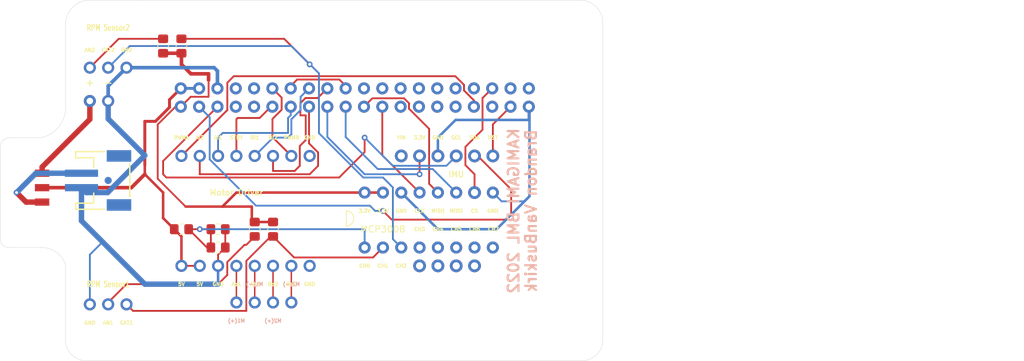
<source format=kicad_pcb>
(kicad_pcb (version 20211014) (generator pcbnew)
  (layers (0 "F.Cu" signal) (31 "B.Cu" signal) (34 "B.Paste" user) (35 "F.Paste" user) (36 "B.SilkS" user "B.Silkscreen") (37 "F.SilkS" user "F.Silkscreen") (38 "B.Mask" user) (39 "F.Mask" user) (44 "Edge.Cuts" user))
  (net 0 "")
  (net 1 "5.0V")
  (net 2 "SDA")
  (net 3 "SCL")
  (net 4 "GPIO4")
  (net 5 "GPIO17")
  (net 6 "GPIO27")
  (net 7 "GPIO22")
  (net 8 "SPI_MOSI")
  (net 9 "SPI_MISO")
  (net 10 "SPI_SCLK")
  (net 11 "GPIO5")
  (net 12 "GPIO6")
  (net 13 "GPIO13")
  (net 14 "GPIO19")
  (net 15 "GPIO26")
  (net 16 "3.3V")
  (net 17 "GND")
  (net 18 "TXD")
  (net 19 "RXD")
  (net 20 "GPIO18")
  (net 21 "GPIO24")
  (net 22 "GPIO25")
  (net 23 "SPI_CE0")
  (net 24 "SPI_CE1")
  (net 25 "EECLK")
  (net 26 "GPIO16")
  (net 27 "GPIO20")
  (net 28 "GPIO21")
  (net 29 "GPIO23")
  (net 30 "EEDATA")
  (net 31 "GPIO12")
  (net 32 "AN1")
  (net 33 "AN2")
  (net 34 "CH1")
  (net 35 "CH2")
  (net 36 "CH0")
  (net 37 "CHRGR")
  (net 38 "M1+")
  (net 39 "M1-")
  (net 40 "M2+")
  (net 41 "M2-")
  (net 42 "Batt+")
  (footprint "" (layer "F.Cu") (at 160.02 116.84)
    (fp_text reference "")
    (fp_text value "")
  )
  (footprint "" (layer "F.Cu") (at 165.1 116.84)
    (fp_text reference "")
    (fp_text value "")
  )
  (footprint "" (layer "F.Cu") (at 149.86 114.3)
    (fp_text reference "")
    (fp_text value "")
  )
  (footprint "" (layer "F.Cu") (at 137.16 101.6 180)
    (fp_text reference "")
    (fp_text value "")
  )
  (footprint "Resistor_SMD:R_0805_2012Metric_Pad1.20x1.40mm_HandSolder" (layer "F.Cu") (at 124.46 111.76)
    (fp_text reference "")
    (fp_text value "180k")
  )
  (footprint "" (layer "F.Cu") (at 124.46 83.82)
    (fp_text reference "")
    (fp_text value "")
  )
  (footprint "" (layer "F.Cu") (at 132.08 101.6 180)
    (fp_text reference "")
    (fp_text value "")
  )
  (footprint "Resistor_SMD:R_0805_2012Metric_Pad1.20x1.40mm_HandSolder" (layer "F.Cu") (at 124.46 86.36 -90)
    (fp_text reference "")
    (fp_text value "10k")
  )
  (footprint "" (layer "F.Cu") (at 152.4 114.3)
    (fp_text reference "")
    (fp_text value "")
  )
  (footprint "" (layer "F.Cu") (at 149.86 106.68)
    (fp_text reference "")
    (fp_text value "")
  )
  (footprint "" (layer "F.Cu") (at 165.1 106.68)
    (fp_text reference "")
    (fp_text value "")
  )
  (footprint "" (layer "F.Cu") (at 119.38 83.82)
    (fp_text reference "")
    (fp_text value "")
  )
  (footprint "" (layer "F.Cu") (at 114.3 86.36)
    (fp_text reference "")
    (fp_text value "")
  )
  (footprint "" (layer "F.Cu") (at 154.94 114.3)
    (fp_text reference "")
    (fp_text value "")
  )
  (footprint "" (layer "F.Cu") (at 175.26 127)
    (fp_text reference "")
    (fp_text value "")
  )
  (footprint "" (layer "F.Cu") (at 137.16 116.84 180)
    (fp_text reference "")
    (fp_text value "")
  )
  (footprint "" (layer "F.Cu") (at 157.48 114.3)
    (fp_text reference "")
    (fp_text value "")
  )
  (footprint "" (layer "F.Cu") (at 129.54 116.84 180)
    (fp_text reference "")
    (fp_text value "")
  )
  (footprint "PI_BONNET_NODIM" (layer "F.Cu") (at 116.000757 120.003271)
    (fp_text reference "RPI1" hide)
    (fp_text value "KamiPCB" hide)
  )
  (footprint "" (layer "F.Cu") (at 137.16 121.92)
    (fp_text reference "")
    (fp_text value "")
  )
  (footprint "" (layer "F.Cu") (at 134.62 122.180029)
    (fp_text reference "")
    (fp_text value "")
  )
  (footprint "" (layer "F.Cu") (at 127 101.6 180)
    (fp_text reference "")
    (fp_text value "")
  )
  (footprint "" (layer "F.Cu") (at 124.46 116.84 180)
    (fp_text reference "")
    (fp_text value "")
  )
  (footprint "" (layer "F.Cu") (at 129.54 101.6 180)
    (fp_text reference "")
    (fp_text value "")
  )
  (footprint "" (layer "F.Cu") (at 167.64 106.68)
    (fp_text reference "")
    (fp_text value "")
  )
  (footprint "" (layer "F.Cu") (at 111.76 86.36)
    (fp_text reference "")
    (fp_text value "")
  )
  (footprint "" (layer "F.Cu") (at 154.94 106.68)
    (fp_text reference "")
    (fp_text value "")
  )
  (footprint "Resistor_SMD:R_0805_2012Metric_Pad1.20x1.40mm_HandSolder" (layer "F.Cu") (at 129.54 111.76)
    (fp_text reference "")
    (fp_text value "0.1uF")
  )
  (footprint "Resistor_SMD:R_0805_2012Metric_Pad1.20x1.40mm_HandSolder" (layer "F.Cu") (at 134.62 111.76 90)
    (fp_text reference "")
    (fp_text value "100")
  )
  (footprint "" (layer "F.Cu") (at 139.7 121.92)
    (fp_text reference "")
    (fp_text value "")
  )
  (footprint "" (layer "F.Cu") (at 111.76 93.98)
    (fp_text reference "")
    (fp_text value "")
  )
  (footprint "" (layer "F.Cu") (at 139.7 101.6 180)
    (fp_text reference "")
    (fp_text value "")
  )
  (footprint "" (layer "F.Cu") (at 124.46 101.6 180)
    (fp_text reference "")
    (fp_text value "")
  )
  (footprint "" (layer "F.Cu") (at 165.1 114.3)
    (fp_text reference "")
    (fp_text value "")
  )
  (footprint "FIDUCIAL_1MM" (layer "F.Cu") (at 114.3 105 90)
    (fp_text reference "FID1" hide)
    (fp_text value "FIDUCIAL\"\"" hide)
  )
  (footprint "" (layer "F.Cu") (at 160.02 106.68)
    (fp_text reference "")
    (fp_text value "")
  )
  (footprint "" (layer "F.Cu") (at 114.3 122.180029)
    (fp_text reference "")
    (fp_text value "")
  )
  (footprint "" (layer "F.Cu") (at 111.76 122.180029)
    (fp_text reference "")
    (fp_text value "")
  )
  (footprint "" (layer "F.Cu") (at 152.4 106.68)
    (fp_text reference "")
    (fp_text value "")
  )
  (footprint "" (layer "F.Cu") (at 160.02 114.3)
    (fp_text reference "")
    (fp_text value "")
  )
  (footprint "" (layer "F.Cu") (at 139.7 116.84 180)
    (fp_text reference "")
    (fp_text value "")
  )
  (footprint "" (layer "F.Cu") (at 167.64 114.3)
    (fp_text reference "")
    (fp_text value "")
  )
  (footprint "" (layer "F.Cu") (at 119.38 127)
    (fp_text reference "")
    (fp_text value "")
  )
  (footprint "" (layer "F.Cu") (at 127 127)
    (fp_text reference "")
    (fp_text value "")
  )
  (footprint "" (layer "F.Cu") (at 134.62 116.84 180)
    (fp_text reference "")
    (fp_text value "")
  )
  (footprint "clipboard:92cc7493-65be-4ec2-8642-ce3194bf1ce3" (layer "F.Cu") (at 101.14 110.125 -90)
    (fp_text reference "")
    (fp_text value "")
  )
  (footprint "" (layer "F.Cu") (at 162.56 106.68)
    (fp_text reference "")
    (fp_text value "")
  )
  (footprint "" (layer "F.Cu") (at 142.24 101.6 180)
    (fp_text reference "")
    (fp_text value "")
  )
  (footprint "Resistor_SMD:R_0805_2012Metric_Pad1.20x1.40mm_HandSolder" (layer "F.Cu") (at 137.16 111.76 90)
    (fp_text reference "")
    (fp_text value "10k")
  )
  (footprint "1X06_ROUND_70" (layer "F.Cu") (at 161.29 101.6 180)
    (fp_text reference "JP1" hide)
    (fp_text value "")
  )
  (footprint "" (layer "F.Cu") (at 142.24 116.84 180)
    (fp_text reference "")
    (fp_text value "")
  )
  (footprint "" (layer "F.Cu") (at 162.56 114.3)
    (fp_text reference "")
    (fp_text value "")
  )
  (footprint "" (layer "F.Cu") (at 157.48 116.84)
    (fp_text reference "")
    (fp_text value "")
  )
  (footprint "" (layer "F.Cu") (at 134.62 101.6 180)
    (fp_text reference "")
    (fp_text value "")
  )
  (footprint "Resistor_SMD:R_0805_2012Metric_Pad1.20x1.40mm_HandSolder" (layer "F.Cu") (at 129.54 114.3)
    (fp_text reference "")
    (fp_text value "100k")
  )
  (footprint "" (layer "F.Cu") (at 127 116.84 180)
    (fp_text reference "")
    (fp_text value "")
  )
  (footprint "" (layer "F.Cu") (at 162.56 116.84)
    (fp_text reference "")
    (fp_text value "")
  )
  (footprint "" (layer "F.Cu") (at 132.08 124.723329)
    (fp_text reference "")
    (fp_text value "")
  )
  (footprint "" (layer "F.Cu") (at 132.08 116.84 180)
    (fp_text reference "")
    (fp_text value "")
  )
  (footprint "" (layer "F.Cu") (at 116.84 86.36)
    (fp_text reference "")
    (fp_text value "")
  )
  (footprint "" (layer "F.Cu") (at 157.48 106.68)
    (fp_text reference "")
    (fp_text value "")
  )
  (footprint "" (layer "F.Cu") (at 165.1 83.82)
    (fp_text reference "")
    (fp_text value "")
  )
  (footprint "JSTPH2" (layer "F.Cu") (at 114.3 105 -90)
    (fp_text reference "X1" hide)
    (fp_text value "")
  )
  (footprint "" (layer "F.Cu") (at 116.84 122.180029)
    (fp_text reference "")
    (fp_text value "")
  )
  (footprint "" (layer "F.Cu") (at 114.3 93.98 180)
    (fp_text reference "")
    (fp_text value "")
  )
  (footprint "Resistor_SMD:R_0805_2012Metric_Pad1.20x1.40mm_HandSolder" (layer "F.Cu") (at 121.92 86.36 -90)
    (fp_text reference "")
    (fp_text value "100")
  )
  (gr_line (start 147.32 109.22) (end 147.32 111.3) (layer "F.SilkS") (width 0.12))
  (gr_arc (start 147.32 109.22) (mid 148.36 110.26) (end 147.32 111.3) (layer "F.SilkS") (width 0.12))
  (gr_arc (start 179.88 80.003271) (mid 181.954027 80.929282) (end 182.88 83.0033) (layer "Edge.Cuts") (width 0.05))
  (gr_line (start 182.88 127.0033) (end 182.88 83.0033) (layer "Edge.Cuts") (width 0.05))
  (gr_line (start 104.990378 114.3) (end 100.6 114.3) (layer "Edge.Cuts") (width 0.05))
  (gr_line (start 119.127757 130.003271) (end 180.007 130.003271) (layer "Edge.Cuts") (width 0.05))
  (gr_arc (start 99.33 100.524833) (mid 99.661687 99.529453) (end 100.6 99.06) (layer "Edge.Cuts") (width 0.05))
  (gr_arc (start 104.990378 114.3) (mid 107.059333 114.916852) (end 108.380778 116.62415) (layer "Edge.Cuts") (width 0.05))
  (gr_arc (start 108.380757 94.5433) (mid 107.545516 97.447149) (end 104.990378 99.06) (layer "Edge.Cuts") (width 0.05))
  (gr_line (start 111.3808 130.0033) (end 119.127757 130.0033) (layer "Edge.Cuts") (width 0.05))
  (gr_line (start 99.33 113.3) (end 99.33 100.524833) (layer "Edge.Cuts") (width 0.05))
  (gr_line (start 108.380757 94.5433) (end 108.380757 83.401315) (layer "Edge.Cuts") (width 0.05))
  (gr_arc (start 182.88 127.0033) (mid 182.074961 129.108029) (end 180.007 130.003271) (layer "Edge.Cuts") (width 0.05))
  (gr_arc (start 100.6 114.3) (mid 99.782504 114.03177) (end 99.33 113.3) (layer "Edge.Cuts") (width 0.05))
  (gr_line (start 116.000757 117.003271) (end 116.000757 117.003271) (layer "Edge.Cuts") (width 0.05))
  (gr_arc (start 111.3808 130.0033) (mid 109.436474 129.340643) (end 108.380757 127.578548) (layer "Edge.Cuts") (width 0.05))
  (gr_line (start 179.88 80.003271) (end 119.035189 80.0033) (layer "Edge.Cuts") (width 0.05))
  (gr_line (start 111.380757 80.0033) (end 119.035189 80.0033) (layer "Edge.Cuts") (width 0.05))
  (gr_line (start 100.6 99.06) (end 104.990378 99.06) (layer "Edge.Cuts") (width 0.05))
  (gr_arc (start 108.380757 83.401315) (mid 109.238073 81.134902) (end 111.380757 80.0033) (layer "Edge.Cuts") (width 0.05))
  (gr_line (start 108.380757 127.578548) (end 108.380778 116.62415) (layer "Edge.Cuts") (width 0.05))
  (gr_text "KAMIGAMI BML 2022\nBrandon VanBuskirk" (at 171.72 109.22 90) (layer "B.SilkS") (effects (font (size 1.5 1.5) (thickness 0.3)) (justify mirror)))
  (gr_text "M1(+)" (at 132.08 124.46) (layer "B.SilkS") (effects (font (size 0.5 0.5) (thickness 0.125)) (justify mirror)))
  (gr_text "M1(-)" (at 134.62 119.38) (layer "B.SilkS") (effects (font (size 0.5 0.5) (thickness 0.125)) (justify mirror)))
  (gr_text "M2(-)" (at 139.7 119.38) (layer "B.SilkS") (effects (font (size 0.5 0.5) (thickness 0.125)) (justify mirror)))
  (gr_text "M2(+)" (at 137.16 124.46) (layer "B.SilkS") (effects (font (size 0.5 0.5) (thickness 0.125)) (justify mirror)))
  (gr_text "SDA" (at 165.1 99.06) (layer "F.SilkS") (effects (font (size 0.5 0.5) (thickness 0.125))))
  (gr_text "GND" (at 160.02 99.06) (layer "F.SilkS") (effects (font (size 0.5 0.5) (thickness 0.125))))
  (gr_text "CAT1" (at 116.84 124.720029) (layer "F.SilkS") (effects (font (size 0.5 0.5) (thickness 0.125))))
  (gr_text "-" (at 114.3 91.44) (layer "F.SilkS") (effects (font (size 1 1))))
  (gr_text "RPM Sensor2\n" (at 114.3 83.82) (layer "F.SilkS") (effects (font (size 0.8 0.6))))
  (gr_text "GND" (at 142.24 99.06) (layer "F.SilkS") (effects (font (size 0.5 0.5) (thickness 0.125))))
  (gr_text "CH4" (at 160.02 111.76) (layer "F.SilkS") (effects (font (size 0.5 0.5) (thickness 0.125))))
  (gr_text "GND" (at 129.54 119.38) (layer "F.SilkS") (effects (font (size 0.5 0.5) (thickness 0.125))))
  (gr_text "GND" (at 111.76 124.741416) (layer "F.SilkS") (effects (font (size 0.5 0.5) (thickness 0.125))))
  (gr_text "CH7" (at 167.721799 111.76) (layer "F.SilkS") (effects (font (size 0.5 0.5) (thickness 0.125))))
  (gr_text "GND" (at 167.64 109.22) (layer "F.SilkS") (effects (font (size 0.5 0.5) (thickness 0.125))))
  (gr_text "5V" (at 127 119.38) (layer "F.SilkS") (effects (font (size 0.5 0.5) (thickness 0.125))))
  (gr_text "PWMA" (at 124.46 99.06) (layer "F.SilkS") (effects (font (size 0.5 0.5) (thickness 0.125))))
  (gr_text "CAT2" (at 114.3 86.9) (layer "F.SilkS") (effects (font (size 0.5 0.5) (thickness 0.125))))
  (gr_text "PWMB" (at 139.7 99.06) (layer "F.SilkS") (effects (font (size 0.5 0.5) (thickness 0.125))))
  (gr_text "GND" (at 142.24 119.38) (layer "F.SilkS") (effects (font (size 0.5 0.5) (thickness 0.125))))
  (gr_text "CS" (at 165.1 109.22) (layer "F.SilkS") (effects (font (size 0.5 0.5) (thickness 0.125))))
  (gr_text "Bo1" (at 139.7 119.38) (layer "F.SilkS") (effects (font (size 0.5 0.5) (thickness 0.125))))
  (gr_text "Ai1" (at 129.54 99.06) (layer "F.SilkS") (effects (font (size 0.5 0.5) (thickness 0.125))))
  (gr_text "Ao1" (at 132.08 119.38) (layer "F.SilkS") (effects (font (size 0.5 0.5) (thickness 0.125))))
  (gr_text "CH0" (at 149.86 116.84) (layer "F.SilkS") (effects (font (size 0.5 0.5) (thickness 0.125))))
  (gr_text "CH5" (at 162.56 111.76) (layer "F.SilkS") (effects (font (size 0.5 0.5) (thickness 0.125))))
  (gr_text "Bi2" (at 137.16 99.06) (layer "F.SilkS") (effects (font (size 0.5 0.5) (thickness 0.125))))
  (gr_text "CH3" (at 157.48 111.76) (layer "F.SilkS") (effects (font (size 0.5 0.5) (thickness 0.125))))
  (gr_text "3.3V" (at 149.86 109.22) (layer "F.SilkS") (effects (font (size 0.5 0.5) (thickness 0.125))))
  (gr_text "RPM Sensor1" (at 114.3 119.38) (layer "F.SilkS") (effects (font (size 0.8 0.6))))
  (gr_text "AN1" (at 114.3 124.720029) (layer "F.SilkS") (effects (font (size 0.5 0.5) (thickness 0.125))))
  (gr_text "MOSI" (at 162.56 109.22) (layer "F.SilkS") (effects (font (size 0.5 0.5) (thickness 0.125))))
  (gr_text "RST" (at 167.64 99.06) (layer "F.SilkS") (effects (font (size 0.5 0.5) (thickness 0.125))))
  (gr_text "SCL" (at 162.56 99.06) (layer "F.SilkS") (effects (font (size 0.5 0.5) (thickness 0.125))))
  (gr_text "+" (at 111.76 91.44) (layer "F.SilkS") (effects (font (size 1 1))))
  (gr_text "CH6" (at 165.1 111.76) (layer "F.SilkS") (effects (font (size 0.5 0.5) (thickness 0.125))))
  (gr_text "AN2" (at 111.76 86.921387) (layer "F.SilkS") (effects (font (size 0.5 0.5) (thickness 0.125))))
  (gr_text "CH1" (at 152.4 116.84) (layer "F.SilkS") (effects (font (size 0.5 0.5) (thickness 0.125))))
  (gr_text "MISO" (at 160.02 109.22) (layer "F.SilkS") (effects (font (size 0.5 0.5) (thickness 0.125))))
  (gr_text "MCP3008" (at 152.4 111.76) (layer "F.SilkS") (effects (font (size 0.89408 0.89408) (thickness 0.12192))))
  (gr_text "5V" (at 124.46 119.38) (layer "F.SilkS") (effects (font (size 0.5 0.5) (thickness 0.125))))
  (gr_text "Motor Driver" (at 132.08 106.68) (layer "F.SilkS") (effects (font (size 0.8 0.8))))
  (gr_text "VIN" (at 154.94 99.06) (layer "F.SilkS") (effects (font (size 0.5 0.5) (thickness 0.125))))
  (gr_text "CH2" (at 154.94 116.84) (layer "F.SilkS") (effects (font (size 0.5 0.5) (thickness 0.125))))
  (gr_text "GND" (at 116.84 86.9) (layer "F.SilkS") (effects (font (size 0.5 0.5) (thickness 0.125))))
  (gr_text "STBY" (at 132.08 99.06) (layer "F.SilkS") (effects (font (size 0.5 0.5) (thickness 0.125))))
  (gr_text "3.3V" (at 157.48 99.06) (layer "F.SilkS") (effects (font (size 0.5 0.5) (thickness 0.125))))
  (gr_text "Bo2" (at 137.16 119.38) (layer "F.SilkS") (effects (font (size 0.5 0.5) (thickness 0.125))))
  (gr_text "Ai2" (at 127 99.06) (layer "F.SilkS") (effects (font (size 0.5 0.5) (thickness 0.125))))
  (gr_text "3.3V" (at 152.4 109.22) (layer "F.SilkS") (effects (font (size 0.5 0.5) (thickness 0.125))))
  (gr_text "IMU" (at 162.56 104.14) (layer "F.SilkS") (effects (font (size 0.8 0.8))))
  (gr_text "GND" (at 154.94 109.22) (layer "F.SilkS") (effects (font (size 0.5 0.5) (thickness 0.125))))
  (gr_text "Bi1" (at 134.62 99.06) (layer "F.SilkS") (effects (font (size 0.5 0.5) (thickness 0.125))))
  (gr_text "CLK" (at 157.48 109.22) (layer "F.SilkS") (effects (font (size 0.5 0.5) (thickness 0.125))))
  (gr_text "Ao2" (at 134.62 119.38) (layer "F.SilkS") (effects (font (size 0.5 0.5) (thickness 0.125))))
  (segment (start 121.92 106.68) (end 121.92 110.22) (width 0.35) (layer "F.Cu") (net 1))
  (segment (start 117.52 106) (end 105.14 106) (width 0.5) (layer "F.Cu") (net 1))
  (segment (start 119.38 104.14) (end 121.92 106.68) (width 0.35) (layer "F.Cu") (net 1))
  (segment (start 117.52 106) (end 119.38 104.14) (width 0.5) (layer "F.Cu") (net 1))
  (segment (start 122.803957 94.85482) (end 120.852306 96.806471) (width 0.4064) (layer "F.Cu") (net 1))
  (segment (start 124.46 112.76) (end 124.46 116.84) (width 0.35) (layer "F.Cu") (net 1))
  (segment (start 119.38 96.806471) (end 119.38 102.87) (width 0.4064) (layer "F.Cu") (net 1))
  (segment (start 123.46 111.76) (end 124.46 112.76) (width 0.35) (layer "F.Cu") (net 1))
  (segment (start 122.803957 93.800071) (end 122.803957 94.85482) (width 0.4064) (layer "F.Cu") (net 1))
  (segment (start 127 116.84) (end 124.46 116.84) (width 0.25) (layer "F.Cu") (net 1))
  (segment (start 124.370757 92.233271) (end 122.803957 93.800071) (width 0.4064) (layer "F.Cu") (net 1))
  (segment (start 120.852306 96.806471) (end 119.38 96.806471) (width 0.4064) (layer "F.Cu") (net 1))
  (segment (start 119.38 104.14) (end 119.38 102.87) (width 0.35) (layer "F.Cu") (net 1))
  (segment (start 121.92 110.22) (end 123.46 111.76) (width 0.35) (layer "F.Cu") (net 1))
  (segment (start 124.370757 92.233271) (end 126.910757 92.233271) (width 0.4064) (layer "B.Cu") (net 1))
  (segment (start 170.18 109.666856) (end 170.18 106.233144) (width 0.25) (layer "F.Cu") (net 2))
  (segment (start 153.614 110.434) (end 169.412856 110.434) (width 0.25) (layer "F.Cu") (net 2))
  (segment (start 170.18 106.233144) (end 165.546856 101.6) (width 0.25) (layer "F.Cu") (net 2))
  (segment (start 165.546856 101.6) (end 165.1 101.6) (width 0.25) (layer "F.Cu") (net 2))
  (segment (start 169.412856 110.434) (end 170.18 109.666856) (width 0.25) (layer "F.Cu") (net 2))
  (segment (start 152.4 109.22) (end 153.614 110.434) (width 0.25) (layer "F.Cu") (net 2))
  (via (at 152.4 109.22) (size 0.8) (drill 0.4) (layers "F.Cu" "B.Cu") (net 2))
  (segment (start 126.910757 94.773271) (end 128.3768 96.239314) (width 0.25) (layer "B.Cu") (net 2))
  (segment (start 152.4 109.22) (end 151.31 109.22) (width 0.25) (layer "B.Cu") (net 2))
  (segment (start 134.789986 108.495) (end 150.585 108.495) (width 0.25) (layer "B.Cu") (net 2))
  (segment (start 128.3768 96.239314) (end 128.3768 102.081814) (width 0.25) (layer "B.Cu") (net 2))
  (segment (start 151.31 109.22) (end 150.585 108.495) (width 0.25) (layer "B.Cu") (net 2))
  (segment (start 128.3768 102.081814) (end 134.789986 108.495) (width 0.25) (layer "B.Cu") (net 2))
  (segment (start 121.92 104.14) (end 122.372 104.592) (width 0.25) (layer "F.Cu") (net 3))
  (segment (start 129.450757 94.773271) (end 121.92 102.304028) (width 0.25) (layer "F.Cu") (net 3))
  (segment (start 122.372 104.592) (end 146.328757 104.592) (width 0.25) (layer "F.Cu") (net 3))
  (segment (start 149.86 101.060757) (end 149.86 99.06) (width 0.25) (layer "F.Cu") (net 3))
  (segment (start 121.92 102.304028) (end 121.92 104.14) (width 0.25) (layer "F.Cu") (net 3))
  (segment (start 146.328757 104.592) (end 149.86 101.060757) (width 0.25) (layer "F.Cu") (net 3))
  (via (at 149.86 99.06) (size 0.8) (drill 0.4) (layers "F.Cu" "B.Cu") (net 3))
  (segment (start 153.765 102.965) (end 161.195 102.965) (width 0.25) (layer "B.Cu") (net 3))
  (segment (start 149.86 99.06) (end 153.765 102.965) (width 0.25) (layer "B.Cu") (net 3))
  (segment (start 161.195 102.965) (end 162.56 101.6) (width 0.25) (layer "B.Cu") (net 3))
  (segment (start 135.304757 96.338271) (end 136.869757 94.773271) (width 0.254) (layer "F.Cu") (net 5))
  (segment (start 132.077514 96.517514) (end 132.08 96.52) (width 0.254) (layer "F.Cu") (net 5))
  (segment (start 132.08 96.52) (end 132.08 101.6) (width 0.254) (layer "F.Cu") (net 5))
  (segment (start 132.077514 96.517514) (end 132.256757 96.338271) (width 0.254) (layer "F.Cu") (net 5))
  (segment (start 136.869757 94.773271) (end 137.070757 94.773271) (width 0.254) (layer "F.Cu") (net 5))
  (segment (start 132.256757 96.338271) (end 135.304757 96.338271) (width 0.254) (layer "F.Cu") (net 5))
  (segment (start 139.2428 96.330622) (end 139.2428 98.413422) (width 0.254) (layer "B.Cu") (net 6))
  (segment (start 130.186578 98.413422) (end 129.54 99.06) (width 0.254) (layer "B.Cu") (net 6))
  (segment (start 139.2428 98.413422) (end 130.186578 98.413422) (width 0.254) (layer "B.Cu") (net 6))
  (segment (start 139.610757 95.962665) (end 139.2428 96.330622) (width 0.254) (layer "B.Cu") (net 6))
  (segment (start 129.54 99.06) (end 129.54 101.6) (width 0.254) (layer "B.Cu") (net 6))
  (segment (start 139.610757 94.773271) (end 139.610757 95.962665) (width 0.254) (layer "B.Cu") (net 6))
  (segment (start 127 104.14) (end 142.24 104.14) (width 0.254) (layer "F.Cu") (net 7))
  (segment (start 142.150757 99.858389) (end 142.150757 94.773271) (width 0.254) (layer "F.Cu") (net 7))
  (segment (start 127 101.6) (end 127 104.14) (width 0.254) (layer "F.Cu") (net 7))
  (segment (start 142.24 104.14) (end 143.4084 102.9716) (width 0.254) (layer "F.Cu") (net 7))
  (segment (start 143.4084 101.116032) (end 142.150757 99.858389) (width 0.254) (layer "F.Cu") (net 7))
  (segment (start 143.4084 102.9716) (end 143.4084 101.116032) (width 0.254) (layer "F.Cu") (net 7))
  (segment (start 162.56 106.68) (end 159.295 103.415) (width 0.25) (layer "B.Cu") (net 8))
  (segment (start 159.295 103.415) (end 151.675 103.415) (width 0.25) (layer "B.Cu") (net 8))
  (segment (start 147.230757 98.970757) (end 147.230757 94.773271) (width 0.25) (layer "B.Cu") (net 8))
  (segment (start 151.675 103.415) (end 147.230757 98.970757) (width 0.25) (layer "B.Cu") (net 8))
  (segment (start 158.806 97.846) (end 156.013957 95.053957) (width 0.25) (layer "F.Cu") (net 9))
  (segment (start 155.332571 93.610071) (end 150.933957 93.610071) (width 0.25) (layer "F.Cu") (net 9))
  (segment (start 158.806 105.466) (end 158.806 97.846) (width 0.25) (layer "F.Cu") (net 9))
  (segment (start 156.013957 94.291457) (end 155.332571 93.610071) (width 0.25) (layer "F.Cu") (net 9))
  (segment (start 150.933957 93.610071) (end 149.770757 94.773271) (width 0.25) (layer "F.Cu") (net 9))
  (segment (start 160.02 106.68) (end 158.806 105.466) (width 0.25) (layer "F.Cu") (net 9))
  (segment (start 156.013957 95.053957) (end 156.013957 94.291457) (width 0.25) (layer "F.Cu") (net 9))
  (segment (start 152.310757 101.510757) (end 157.48 106.68) (width 0.25) (layer "F.Cu") (net 10))
  (segment (start 152.310757 94.773271) (end 152.310757 101.510757) (width 0.25) (layer "F.Cu") (net 10))
  (segment (start 162.436925 90.547071) (end 131.715286 90.547071) (width 0.254) (layer "F.Cu") (net 13))
  (segment (start 130.822357 91.44) (end 130.822357 95.237643) (width 0.254) (layer "F.Cu") (net 13))
  (segment (start 165.010757 94.773271) (end 165.010757 93.890757) (width 0.254) (layer "F.Cu") (net 13))
  (segment (start 163.639157 91.749303) (end 162.436925 90.547071) (width 0.254) (layer "F.Cu") (net 13))
  (segment (start 130.822357 95.237643) (end 124.46 101.6) (width 0.254) (layer "F.Cu") (net 13))
  (segment (start 163.639157 92.519157) (end 163.639157 91.749303) (width 0.254) (layer "F.Cu") (net 13))
  (segment (start 165.010757 93.890757) (end 163.639157 92.519157) (width 0.254) (layer "F.Cu") (net 13))
  (segment (start 131.715286 90.547071) (end 130.822357 91.44) (width 0.254) (layer "F.Cu") (net 13))
  (segment (start 167.64 97.224028) (end 167.64 101.6) (width 0.25) (layer "F.Cu") (net 15))
  (segment (start 170.090757 94.773271) (end 167.64 97.224028) (width 0.25) (layer "F.Cu") (net 15))
  (segment (start 134.2175 110.3575) (end 134.62 110.76) (width 0.35) (layer "F.Cu") (net 16))
  (segment (start 125.747557 93.396471) (end 128.223934 93.396471) (width 0.25) (layer "F.Cu") (net 16))
  (segment (start 124.370757 94.773271) (end 123.632494 94.773271) (width 0.25) (layer "F.Cu") (net 16))
  (segment (start 134.62 110.76) (end 137.16 110.76) (width 0.35) (layer "F.Cu") (net 16))
  (segment (start 123.632494 94.773271) (end 121.169441 97.236324) (width 0.25) (layer "F.Cu") (net 16))
  (segment (start 124.370757 94.773271) (end 125.747557 93.396471) (width 0.25) (layer "F.Cu") (net 16))
  (segment (start 125.776066 90.216066) (end 128.223934 90.216066) (width 0.5) (layer "F.Cu") (net 16))
  (segment (start 134.2175 108.6225) (end 134.2175 110.3575) (width 0.35) (layer "F.Cu") (net 16))
  (segment (start 125.033752 108.6225) (end 130.1375 108.6225) (width 0.35) (layer "F.Cu") (net 16))
  (segment (start 125.776066 90.216066) (end 124.46 88.9) (width 0.5) (layer "F.Cu") (net 16))
  (segment (start 149.86 106.68) (end 152.4 106.68) (width 0.35) (layer "F.Cu") (net 16))
  (segment (start 128.223934 93.396471) (end 128.223934 91.070071) (width 0.25) (layer "F.Cu") (net 16))
  (segment (start 124.46 88.9) (end 124.46 87.36) (width 0.5) (layer "F.Cu") (net 16))
  (segment (start 157.48 104.14) (end 157.48 101.6) (width 0.254) (layer "F.Cu") (net 16))
  (segment (start 130.1375 108.6225) (end 134.2175 108.6225) (width 0.35) (layer "F.Cu") (net 16))
  (segment (start 121.169441 97.236324) (end 121.169441 104.758189) (width 0.25) (layer "F.Cu") (net 16))
  (segment (start 130.1375 108.6225) (end 132.08 106.68) (width 0.35) (layer "F.Cu") (net 16))
  (segment (start 128.223934 90.216066) (end 128.223934 91.070071) (width 0.5) (layer "F.Cu") (net 16))
  (segment (start 121.169441 104.758189) (end 125.033752 108.6225) (width 0.25) (layer "F.Cu") (net 16))
  (segment (start 132.08 106.68) (end 149.86 106.68) (width 0.35) (layer "F.Cu") (net 16))
  (segment (start 124.46 87.36) (end 121.92 87.36) (width 0.5) (layer "F.Cu") (net 16))
  (via (at 157.48 104.14) (size 0.8) (drill 0.4) (layers "F.Cu" "B.Cu") (net 16))
  (segment (start 149.86 104.14) (end 154.94 104.14) (width 0.25) (layer "B.Cu") (net 16))
  (segment (start 144.690757 94.773271) (end 144.690757 98.970757) (width 0.25) (layer "B.Cu") (net 16))
  (segment (start 144.690757 98.970757) (end 149.86 104.14) (width 0.25) (layer "B.Cu") (net 16))
  (segment (start 154.94 104.14) (end 157.48 104.14) (width 0.254) (layer "B.Cu") (net 16))
  (segment (start 129.54 115.3) (end 129.54 116.84) (width 0.25) (layer "F.Cu") (net 17))
  (segment (start 146.353757 91.004271) (end 147.230757 91.881271) (width 0.254) (layer "F.Cu") (net 17))
  (segment (start 147.230757 91.881271) (end 147.230757 92.233271) (width 0.254) (layer "F.Cu") (net 17))
  (segment (start 130.54 114.3) (end 129.54 115.3) (width 0.25) (layer "F.Cu") (net 17))
  (segment (start 139.610757 91.905271) (end 140.511757 91.004271) (width 0.254) (layer "F.Cu") (net 17))
  (segment (start 140.511757 91.004271) (end 146.353757 91.004271) (width 0.254) (layer "F.Cu") (net 17))
  (segment (start 139.610757 92.233271) (end 139.610757 91.905271) (width 0.254) (layer "F.Cu") (net 17))
  (segment (start 130.54 111.76) (end 130.54 114.3) (width 0.25) (layer "F.Cu") (net 17))
  (segment (start 129.54 119.38) (end 129.54 116.84) (width 0.35) (layer "B.Cu") (net 17))
  (segment (start 171.952856 107.894) (end 172.72 107.126856) (width 0.25) (layer "B.Cu") (net 17))
  (segment (start 110.6 106) (end 110.6 110.6) (width 0.75) (layer "B.Cu") (net 17))
  (segment (start 160.02 111.76) (end 154.94 106.68) (width 0.35) (layer "B.Cu") (net 17))
  (segment (start 111.28 106.68) (end 110.6 106) (width 0.75) (layer "B.Cu") (net 17))
  (segment (start 116.84 89.36) (end 128.990757 89.36) (width 0.5) (layer "B.Cu") (net 17))
  (segment (start 162.470757 96.609243) (end 160.02 99.06) (width 0.35) (layer "B.Cu") (net 17))
  (segment (start 128.990757 89.36) (end 129.450757 89.82) (width 0.5) (layer "B.Cu") (net 17))
  (segment (start 172.72 94.862514) (end 172.72 107.197566) (width 0.35) (layer "B.Cu") (net 17))
  (segment (start 114.3 96.45) (end 114.3 93.98) (width 0.75) (layer "B.Cu") (net 17))
  (segment (start 111.76 122.180029) (end 111.76 115.29) (width 0.25) (layer "B.Cu") (net 17))
  (segment (start 172.630757 96.609243) (end 172.630757 94.773271) (width 0.35) (layer "B.Cu") (net 17))
  (segment (start 160.02 99.06) (end 160.02 101.6) (width 0.35) (layer "B.Cu") (net 17))
  (segment (start 114.3 91.9) (end 116.84 89.36) (width 0.5) (layer "B.Cu") (net 17))
  (segment (start 113.525 113.525) (end 119.38 119.38) (width 0.75) (layer "B.Cu") (net 17))
  (segment (start 114.3 93.98) (end 114.3 91.9) (width 0.5) (layer "B.Cu") (net 17))
  (segment (start 172.630757 96.609243) (end 162.470757 96.609243) (width 0.35) (layer "B.Cu") (net 17))
  (segment (start 168.854 107.894) (end 171.952856 107.894) (width 0.25) (layer "B.Cu") (net 17))
  (segment (start 119.38 101.53) (end 114.3 96.45) (width 0.75) (layer "B.Cu") (net 17))
  (segment (start 111.76 115.29) (end 113.525 113.525) (width 0.25) (layer "B.Cu") (net 17))
  (segment (start 110.6 110.6) (end 113.525 113.525) (width 0.75) (layer "B.Cu") (net 17))
  (segment (start 114.23 106.68) (end 111.28 106.68) (width 0.75) (layer "B.Cu") (net 17))
  (segment (start 172.630757 94.773271) (end 172.72 94.862514) (width 0.35) (layer "B.Cu") (net 17))
  (segment (start 172.72 107.197566) (end 168.157566 111.76) (width 0.35) (layer "B.Cu") (net 17))
  (segment (start 167.64 106.68) (end 168.854 107.894) (width 0.25) (layer "B.Cu") (net 17))
  (segment (start 119.38 101.53) (end 114.23 106.68) (width 0.75) (layer "B.Cu") (net 17))
  (segment (start 119.38 119.38) (end 129.54 119.38) (width 0.75) (layer "B.Cu") (net 17))
  (segment (start 129.450757 89.82) (end 129.450757 92.233271) (width 0.5) (layer "B.Cu") (net 17))
  (segment (start 168.157566 111.76) (end 160.02 111.76) (width 0.35) (layer "B.Cu") (net 17))
  (segment (start 139.7 101.6) (end 137.082757 98.982757) (width 0.254) (layer "F.Cu") (net 20))
  (segment (start 138.352757 95.195271) (end 138.352757 93.515271) (width 0.254) (layer "F.Cu") (net 20))
  (segment (start 137.082757 98.982757) (end 137.082757 96.465271) (width 0.254) (layer "F.Cu") (net 20))
  (segment (start 137.082757 96.465271) (end 138.352757 95.195271) (width 0.254) (layer "F.Cu") (net 20))
  (segment (start 138.352757 93.515271) (end 137.070757 92.233271) (width 0.254) (layer "F.Cu") (net 20))
  (segment (start 141.693557 99.403243) (end 140.8684 100.2284) (width 0.254) (layer "F.Cu") (net 21))
  (segment (start 137.16 103.6828) (end 137.16 101.6) (width 0.254) (layer "F.Cu") (net 21))
  (segment (start 140.952917 95.971111) (end 141.691111 95.971111) (width 0.254) (layer "F.Cu") (net 21))
  (segment (start 143.348597 93.575431) (end 141.654595 93.575431) (width 0.254) (layer "F.Cu") (net 21))
  (segment (start 137.16 103.6828) (end 140.1572 103.6828) (width 0.254) (layer "F.Cu") (net 21))
  (segment (start 140.952917 94.277109) (end 140.952917 95.971111) (width 0.254) (layer "F.Cu") (net 21))
  (segment (start 140.8684 100.2284) (end 140.8684 102.9716) (width 0.254) (layer "F.Cu") (net 21))
  (segment (start 141.693557 95.973557) (end 141.693557 99.403243) (width 0.254) (layer "F.Cu") (net 21))
  (segment (start 141.691111 95.971111) (end 141.693557 95.973557) (width 0.254) (layer "F.Cu") (net 21))
  (segment (start 140.8684 102.9716) (end 140.1572 103.6828) (width 0.254) (layer "F.Cu") (net 21))
  (segment (start 141.654595 93.575431) (end 140.952917 94.277109) (width 0.254) (layer "F.Cu") (net 21))
  (segment (start 144.690757 92.233271) (end 143.348597 93.575431) (width 0.254) (layer "F.Cu") (net 21))
  (segment (start 166.205768 93.57826) (end 166.205768 97.962788) (width 0.25) (layer "F.Cu") (net 26))
  (segment (start 166.205768 97.962788) (end 163.834278 100.334278) (width 0.25) (layer "F.Cu") (net 26))
  (segment (start 167.550757 92.233271) (end 166.205768 93.57826) (width 0.25) (layer "F.Cu") (net 26))
  (segment (start 163.834278 100.334278) (end 163.834278 102.874278) (width 0.25) (layer "F.Cu") (net 26))
  (segment (start 165.1 104.14) (end 165.1 106.68) (width 0.25) (layer "F.Cu") (net 26))
  (segment (start 163.834278 102.874278) (end 165.1 104.14) (width 0.25) (layer "F.Cu") (net 26))
  (segment (start 139.7 98.609758) (end 139.7 96.52) (width 0.254) (layer "B.Cu") (net 29))
  (segment (start 139.249758 99.06) (end 139.7 98.609758) (width 0.254) (layer "B.Cu") (net 29))
  (segment (start 134.62 101.6) (end 137.16 99.06) (width 0.254) (layer "B.Cu") (net 29))
  (segment (start 137.16 99.06) (end 139.249758 99.06) (width 0.254) (layer "B.Cu") (net 29))
  (segment (start 140.982357 93.401671) (end 142.150757 92.233271) (width 0.254) (layer "B.Cu") (net 29))
  (segment (start 139.7 96.52) (end 140.982357 95.237643) (width 0.254) (layer "B.Cu") (net 29))
  (segment (start 140.982357 95.237643) (end 140.982357 93.401671) (width 0.254) (layer "B.Cu") (net 29))
  (segment (start 133.4568 113.9232) (end 133.206798 113.9232) (width 0.25) (layer "F.Cu") (net 32))
  (segment (start 130.814278 118.105722) (end 129.54 119.38) (width 0.25) (layer "F.Cu") (net 32))
  (segment (start 133.206798 113.9232) (end 130.814278 116.31572) (width 0.25) (layer "F.Cu") (net 32))
  (segment (start 130.814278 116.31572) (end 130.814278 118.105722) (width 0.25) (layer "F.Cu") (net 32))
  (segment (start 134.62 112.76) (end 133.4568 113.9232) (width 0.25) (layer "F.Cu") (net 32))
  (segment (start 116.84 119.38) (end 114.3 121.92) (width 0.25) (layer "F.Cu") (net 32))
  (segment (start 129.54 119.38) (end 116.84 119.38) (width 0.25) (layer "F.Cu") (net 32))
  (segment (start 121.92 85.36) (end 115.76 85.36) (width 0.25) (layer "F.Cu") (net 33))
  (segment (start 115.76 85.36) (end 111.76 89.36) (width 0.25) (layer "F.Cu") (net 33))
  (segment (start 151.0232 115.6768) (end 152.4 114.3) (width 0.25) (layer "F.Cu") (net 34))
  (segment (start 137.16 112.76) (end 136.841386 112.76) (width 0.25) (layer "F.Cu") (net 34))
  (segment (start 133.4568 116.144586) (end 133.4568 123.0832) (width 0.25) (layer "F.Cu") (net 34))
  (segment (start 136.841386 112.76) (end 133.4568 116.144586) (width 0.25) (layer "F.Cu") (net 34))
  (segment (start 140.0768 115.6768) (end 151.0232 115.6768) (width 0.25) (layer "F.Cu") (net 34))
  (segment (start 117.743171 123.0832) (end 116.84 122.180029) (width 0.25) (layer "F.Cu") (net 34))
  (segment (start 137.16 112.76) (end 140.0768 115.6768) (width 0.25) (layer "F.Cu") (net 34))
  (segment (start 133.4568 123.0832) (end 117.743171 123.0832) (width 0.25) (layer "F.Cu") (net 34))
  (segment (start 138.7 85.36) (end 142.24 88.9) (width 0.25) (layer "F.Cu") (net 35))
  (segment (start 124.46 85.36) (end 138.7 85.36) (width 0.25) (layer "F.Cu") (net 35))
  (via (at 142.24 88.9) (size 0.8) (drill 0.4) (layers "F.Cu" "B.Cu") (net 35))
  (segment (start 142.275114 88.9) (end 143.527557 90.152443) (width 0.25) (layer "B.Cu") (net 35))
  (segment (start 114.3 89.36) (end 117.3 86.36) (width 0.25) (layer "B.Cu") (net 35))
  (segment (start 117.3 86.36) (end 139.7 86.36) (width 0.25) (layer "B.Cu") (net 35))
  (segment (start 153.7768 113.1368) (end 154.94 114.3) (width 0.25) (layer "B.Cu") (net 35))
  (segment (start 143.527557 98.446781) (end 149.670776 104.59) (width 0.25) (layer "B.Cu") (net 35))
  (segment (start 139.7 86.36) (end 142.24 88.9) (width 0.25) (layer "B.Cu") (net 35))
  (segment (start 152.4 104.59) (end 153.7768 105.9668) (width 0.25) (layer "B.Cu") (net 35))
  (segment (start 142.24 88.9) (end 142.275114 88.9) (width 0.25) (layer "B.Cu") (net 35))
  (segment (start 149.670776 104.59) (end 152.4 104.59) (width 0.25) (layer "B.Cu") (net 35))
  (segment (start 153.7768 105.9668) (end 153.7768 113.1368) (width 0.25) (layer "B.Cu") (net 35))
  (segment (start 143.527557 90.152443) (end 143.527557 98.446781) (width 0.25) (layer "B.Cu") (net 35))
  (segment (start 128.54 114.3) (end 128.54 111.76) (width 0.25) (layer "F.Cu") (net 36))
  (segment (start 125.46 111.76) (end 128 114.3) (width 0.25) (layer "F.Cu") (net 36))
  (segment (start 128 114.3) (end 128.54 114.3) (width 0.25) (layer "F.Cu") (net 36))
  (segment (start 127 111.76) (end 128.54 111.76) (width 0.25) (layer "F.Cu") (net 36))
  (segment (start 127 111.76) (end 125.46 111.76) (width 0.25) (layer "F.Cu") (net 36))
  (via (at 127 111.76) (size 0.8) (drill 0.4) (layers "F.Cu" "B.Cu") (net 36))
  (segment (start 127 111.76) (end 149.86 111.76) (width 0.25) (layer "B.Cu") (net 36))
  (segment (start 149.86 111.76) (end 149.86 114.3) (width 0.25) (layer "B.Cu") (net 36))
  (segment (start 111.76 93.98) (end 111.76 96.52) (width 0.75) (layer "F.Cu") (net 37))
  (segment (start 105.14 103.14) (end 105.14 104) (width 0.75) (layer "F.Cu") (net 37))
  (segment (start 111.76 96.52) (end 105.14 103.14) (width 0.75) (layer "F.Cu") (net 37))
  (segment (start 132.08 121.92) (end 132.08 116.84) (width 0.2) (layer "F.Cu") (net 38))
  (segment (start 134.62 121.92) (end 134.62 116.84) (width 0.2) (layer "F.Cu") (net 39))
  (segment (start 137.16 121.92) (end 137.16 116.84) (width 0.2) (layer "F.Cu") (net 40))
  (segment (start 139.7 121.92) (end 139.7 116.84) (width 0.2) (layer "F.Cu") (net 41))
  (segment (start 105.14 108) (end 102.92 108) (width 0.75) (layer "F.Cu") (net 42))
  (segment (start 102.92 108) (end 101.6 106.68) (width 0.75) (layer "F.Cu") (net 42))
  (via (at 101.6 106.68) (size 0.8) (drill 0.4) (layers "F.Cu" "B.Cu") (net 42))
  (segment (start 104.28 104) (end 101.6 106.68) (width 0.75) (layer "B.Cu") (net 42))
  (segment (start 110.6 104) (end 104.28 104) (width 0.75) (layer "B.Cu") (net 42))
)
</source>
